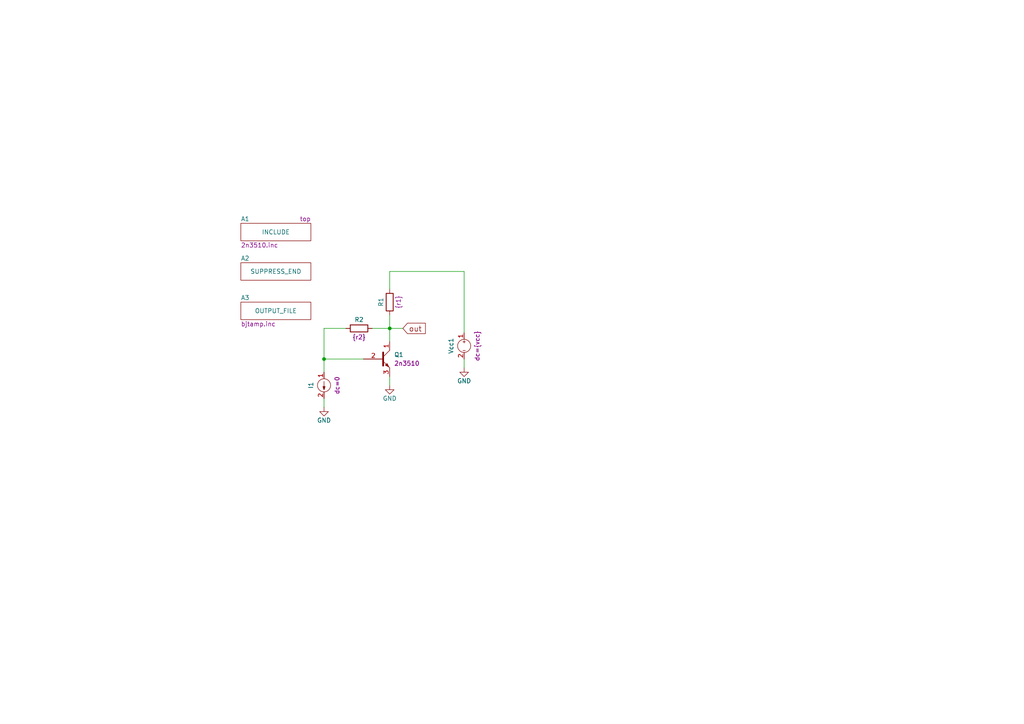
<source format=kicad_sch>
(kicad_sch (version 20211123) (generator eeschema)
  (paper "A4")
  (lib_symbols
    (symbol "power:GND" (power) (pin_names (offset 0))
      (property "Value" "GND" (at 0 -3.81 0))
      (symbol "GND_0_1"
        (polyline (pts (xy 0 0) (xy 0 -1.27) (xy 1.27 -1.27) (xy 0 -2.54) (xy -1.27 -1.27) (xy 0 -1.27)))
      )
      (symbol "GND_1_1"
        (pin power_in line (at 0 0 270) (length 0) hide (name "GND") (number "1"))
      )
    )
    (symbol "pyopus:INCLUDE" (pin_names (offset 1.016))
      (property "Reference" "A" (at -10.16 1.27 0))
      (property "Value" "INCLUDE" (at 0 -2.54 0))
      (property "Filename" "<file name>" (at -10.16 -6.35 0))
      (property "Position" "top" (at 10.16 1.27 0))
      (symbol "INCLUDE_0_1"
        (rectangle (start -10.16 0) (end 10.16 -5.08))
      )
    )
    (symbol "pyopus:ISRC" (pin_names (offset 0) hide)
      (property "Reference" "I" (at -3.81 0 90))
      (property "Specification" "dc=0" (at 3.81 0 90))
      (symbol "ISRC_0_0"
        (polyline (pts (xy 0 1.143) (xy 0 -1.143)) (stroke (width 0.1524)))
        (polyline (pts (xy 0 -1.143) (xy -0.254 -0.381) (xy 0.254 -0.381) (xy 0 -1.143)) (stroke (width 0.2794)))
        (circle (center 0 0) (radius 1.905) (stroke (width 0.1524)))
      )
      (symbol "ISRC_1_1"
        (pin passive line (at 0 3.81 270) (length 1.905) (name "P") (number "1"))
        (pin power_out line (at 0 -3.81 90) (length 1.905) (name "N") (number "2"))
      )
    )
    (symbol "pyopus:NPN" (pin_names (offset 0) hide)
      (property "Reference" "Q" (at 3.81 1.27 0))
      (property "Model" "<model name>" (at 3.81 -1.27 0))
      (symbol "NPN_0_1"
        (polyline (pts (xy 0.635 0.635) (xy 2.54 2.54)))
        (polyline (pts (xy 0.635 -0.635) (xy 2.54 -2.54) (xy 2.54 -2.54)))
        (polyline (pts (xy 0.635 1.905) (xy 0.635 -1.905) (xy 0.635 -1.905)) (stroke (width 0.508)))
        (polyline (pts (xy 1.27 -1.778) (xy 1.778 -1.27) (xy 2.286 -2.286) (xy 1.27 -1.778) (xy 1.27 -1.778)) (fill (type outline)))
      )
      (symbol "NPN_1_1"
        (pin passive line (at 2.54 5.08 270) (length 2.54) (name "C") (number "1"))
        (pin input line (at -5.08 0 0) (length 5.715) (name "B") (number "2"))
        (pin passive line (at 2.54 -5.08 90) (length 2.54) (name "E") (number "3"))
      )
    )
    (symbol "pyopus:OUTPUT_FILE" (pin_names (offset 1.016))
      (property "Reference" "A" (at -10.16 1.27 0))
      (property "Value" "OUTPUT_FILE" (at 0 -2.54 0))
      (property "Name" "<file name>" (at -10.16 -6.35 0))
      (symbol "OUTPUT_FILE_0_1"
        (rectangle (start -10.16 0) (end 10.16 -5.08))
      )
    )
    (symbol "pyopus:RES" (pin_numbers hide) (pin_names (offset 0))
      (property "Reference" "R" (at -2.54 0 90))
      (property "r" "<resistance>" (at 2.54 0 90))
      (symbol "RES_0_1"
        (rectangle (start -1.016 -2.54) (end 1.016 2.54) (stroke (width 0.254)))
      )
      (symbol "RES_1_1"
        (pin passive line (at 0 3.81 270) (length 1.27) (name "~") (number "1"))
        (pin passive line (at 0 -3.81 90) (length 1.27) (name "~") (number "2"))
      )
    )
    (symbol "pyopus:SUPPRESS_END" (pin_names (offset 1.016))
      (property "Reference" "A" (at -10.16 1.27 0))
      (property "Value" "SUPPRESS_END" (at 0 -2.54 0))
      (symbol "SUPPRESS_END_0_1"
        (rectangle (start -10.16 0) (end 10.16 -5.08))
      )
    )
    (symbol "pyopus:VSRC" (pin_names (offset 0) hide)
      (property "Reference" "V" (at -3.81 0 90))
      (property "Specification" "dc=0" (at 3.81 0 90))
      (symbol "VSRC_0_0"
        (circle (center 0 0) (radius 1.905) (stroke (width 0.1524)))
        (text "+" (at 0 1.27 0) (effects (font (size 0.9906 0.9906))))
        (text "-" (at 0 -1.27 0) (effects (font (size 0.9906 0.9906))))
      )
      (symbol "VSRC_1_1"
        (pin passive line (at 0 3.81 270) (length 1.905) (name "P") (number "1"))
        (pin power_out line (at 0 -3.81 90) (length 1.905) (name "N") (number "2"))
      )
    )
  )
  (junction (at 113.03 95.25))
  (junction (at 93.98 104.14))
  (wire (pts (xy 107.95 95.25) (xy 113.03 95.25)))
  (wire (pts (xy 113.03 95.25) (xy 113.03 99.06)))
  (wire (pts (xy 113.03 83.82) (xy 113.03 78.74)))
  (wire (pts (xy 93.98 115.57) (xy 93.98 118.11)))
  (wire (pts (xy 105.41 104.14) (xy 93.98 104.14)))
  (wire (pts (xy 134.62 104.14) (xy 134.62 106.68)))
  (wire (pts (xy 113.03 91.44) (xy 113.03 95.25)))
  (wire (pts (xy 93.98 104.14) (xy 93.98 107.95)))
  (wire (pts (xy 100.33 95.25) (xy 93.98 95.25)))
  (wire (pts (xy 113.03 95.25) (xy 116.84 95.25)))
  (wire (pts (xy 93.98 95.25) (xy 93.98 104.14)))
  (wire (pts (xy 113.03 109.22) (xy 113.03 111.76)))
  (wire (pts (xy 134.62 78.74) (xy 134.62 96.52)))
  (wire (pts (xy 113.03 78.74) (xy 134.62 78.74)))
  (global_label "out" (shape input) (at 116.84 95.25 0) (effects (font (size 1.524 1.524))) (property "Intersheet References" "${INTERSHEET_REFS}" (effects hide)))
  (symbol (lib_id "pyopus:NPN") (at 110.49 104.14 0) (unit 1)
    (property "Reference" "Q1" (at 114.3 102.87 0) (effects (justify left)))
    (property "Value" "NPN" (effects hide))
    (property "Model" "2n3510" (at 114.3 105.41 0) (effects (justify left)))
  )
  (symbol (lib_id "pyopus:RES") (at 113.03 87.63 0) (unit 1)
    (property "Reference" "R1" (at 110.49 87.63 90))
    (property "Value" "RES" (effects hide))
    (property "r" "{r1}" (at 115.57 87.63 90))
  )
  (symbol (lib_id "pyopus:RES") (at 104.14 95.25 270) (unit 1)
    (property "Reference" "R2" (at 104.14 92.71 90))
    (property "Value" "RES" (effects hide))
    (property "r" "{r2}" (at 104.14 97.79 90))
  )
  (symbol (lib_id "pyopus:ISRC") (at 93.98 111.76 0) (unit 1)
    (property "Reference" "I1" (at 90.17 111.76 90))
    (property "Value" "ISRC" (effects hide))
    (property "Specification" "dc=0" (at 97.79 111.76 90))
  )
  (symbol (lib_id "pyopus:VSRC") (at 134.62 100.33 0) (unit 1)
    (property "Reference" "Vcc1" (at 130.81 100.33 90))
    (property "Value" "VSRC" (effects hide))
    (property "Specification" "dc={vcc}" (at 138.43 100.33 90))
  )
  (symbol (lib_id "power:GND") (at 93.98 118.11 0) (unit 1)
    (property "Reference" "#PWR?" (effects hide))
    (property "Value" "GND" (at 93.98 121.92 0))
  )
  (symbol (lib_id "power:GND") (at 113.03 111.76 0) (unit 1)
    (property "Reference" "#PWR?" (effects hide))
    (property "Value" "GND" (at 113.03 115.57 0))
  )
  (symbol (lib_id "power:GND") (at 134.62 106.68 0) (unit 1)
    (property "Reference" "#PWR?" (effects hide))
    (property "Value" "GND" (at 134.62 110.49 0))
  )
  (symbol (lib_id "pyopus:INCLUDE") (at 80.01 64.77 0) (unit 1)
    (property "Reference" "A1" (at 69.85 63.5 0) (effects (justify left)))
    (property "Value" "INCLUDE" (at 80.01 67.31 0))
    (property "Filename" "2n3510.inc" (at 69.85 71.12 0) (effects (justify left)))
    (property "Position" "top" (at 90.17 63.5 0) (effects (justify right)))
  )
  (symbol (lib_id "pyopus:SUPPRESS_END") (at 80.01 76.2 0) (unit 1)
    (property "Reference" "A2" (at 69.85 74.93 0) (effects (justify left)))
    (property "Value" "SUPPRESS_END" (at 80.01 78.74 0))
  )
  (symbol (lib_id "pyopus:OUTPUT_FILE") (at 80.01 87.63 0) (unit 1)
    (property "Reference" "A3" (at 69.85 86.36 0) (effects (justify left)))
    (property "Value" "OUTPUT_FILE" (at 80.01 90.17 0))
    (property "Name" "bjtamp.inc" (at 69.85 93.98 0) (effects (justify left)))
  )
)
</source>
